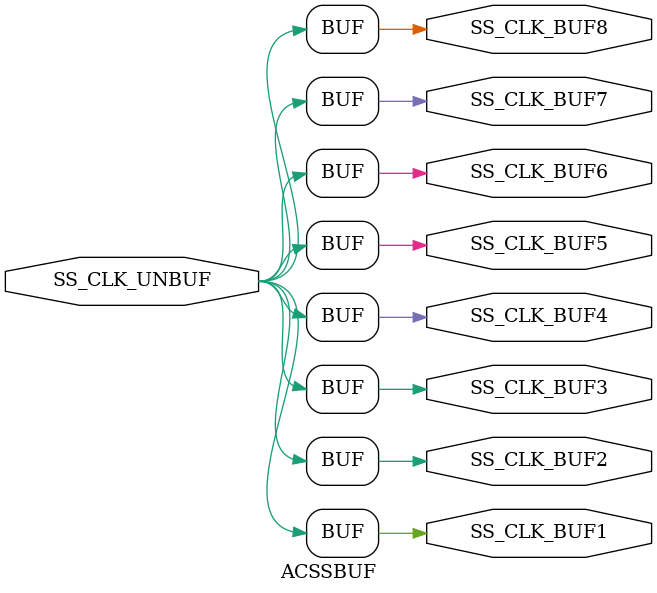
<source format=v>
module ACSSBUF(SS_CLK_UNBUF, SS_CLK_BUF1, SS_CLK_BUF2, SS_CLK_BUF3, 
        SS_CLK_BUF4, SS_CLK_BUF5, SS_CLK_BUF6, SS_CLK_BUF7, 
        SS_CLK_BUF8);
input   SS_CLK_UNBUF;
output  SS_CLK_BUF1;
output  SS_CLK_BUF2;
output  SS_CLK_BUF3;
output  SS_CLK_BUF4;
output  SS_CLK_BUF5;
output  SS_CLK_BUF6;
output  SS_CLK_BUF7;
output  SS_CLK_BUF8;
buf g0(SS_CLK_BUF1, SS_CLK_UNBUF);
buf g1(SS_CLK_BUF2, SS_CLK_UNBUF);
buf g2(SS_CLK_BUF3, SS_CLK_UNBUF);
buf g3(SS_CLK_BUF4, SS_CLK_UNBUF);
buf g4(SS_CLK_BUF5, SS_CLK_UNBUF);
buf g5(SS_CLK_BUF6, SS_CLK_UNBUF);
buf g6(SS_CLK_BUF7, SS_CLK_UNBUF);
buf g7(SS_CLK_BUF8, SS_CLK_UNBUF);
endmodule
</source>
